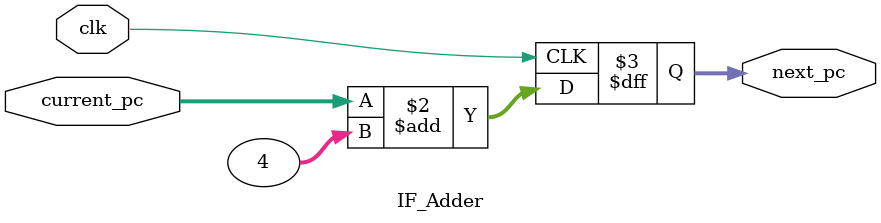
<source format=v>
module IF_Adder (
	input [31:0] current_pc,
	input clk,
	output reg [31:0] next_pc
);

	always @ (posedge clk)
	begin
			next_pc <= current_pc + 32'd4;
	end

endmodule

</source>
